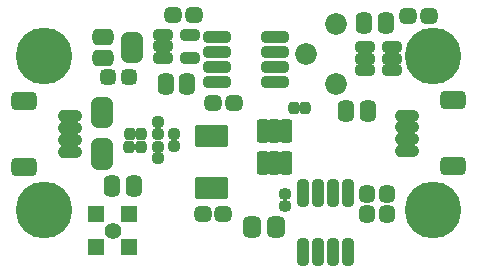
<source format=gbr>
%TF.GenerationSoftware,KiCad,Pcbnew,(6.0.4-0)*%
%TF.CreationDate,2023-01-30T17:36:24-07:00*%
%TF.ProjectId,howland,686f776c-616e-4642-9e6b-696361645f70,rev?*%
%TF.SameCoordinates,Original*%
%TF.FileFunction,Soldermask,Top*%
%TF.FilePolarity,Negative*%
%FSLAX46Y46*%
G04 Gerber Fmt 4.6, Leading zero omitted, Abs format (unit mm)*
G04 Created by KiCad (PCBNEW (6.0.4-0)) date 2023-01-30 17:36:24*
%MOMM*%
%LPD*%
G01*
G04 APERTURE LIST*
G04 Aperture macros list*
%AMRoundRect*
0 Rectangle with rounded corners*
0 $1 Rounding radius*
0 $2 $3 $4 $5 $6 $7 $8 $9 X,Y pos of 4 corners*
0 Add a 4 corners polygon primitive as box body*
4,1,4,$2,$3,$4,$5,$6,$7,$8,$9,$2,$3,0*
0 Add four circle primitives for the rounded corners*
1,1,$1+$1,$2,$3*
1,1,$1+$1,$4,$5*
1,1,$1+$1,$6,$7*
1,1,$1+$1,$8,$9*
0 Add four rect primitives between the rounded corners*
20,1,$1+$1,$2,$3,$4,$5,0*
20,1,$1+$1,$4,$5,$6,$7,0*
20,1,$1+$1,$6,$7,$8,$9,0*
20,1,$1+$1,$8,$9,$2,$3,0*%
%AMFreePoly0*
4,1,41,0.586777,0.930194,0.656366,0.874698,0.694986,0.794504,0.700000,0.750000,0.700000,-0.750000,0.680194,-0.836777,0.624698,-0.906366,0.544504,-0.944986,0.500000,-0.950000,0.000000,-0.950000,-0.023504,-0.944635,-0.083606,-0.943534,-0.139582,-0.934468,-0.274897,-0.892193,-0.326080,-0.867780,-0.444090,-0.789225,-0.486362,-0.751429,-0.577582,-0.642910,-0.607548,-0.594768,-0.664643,-0.465009,
-0.679893,-0.410393,-0.697476,-0.275933,-0.697084,-0.275882,-0.700000,-0.250000,-0.700000,0.250000,-0.697921,0.259109,-0.697582,0.286880,-0.675771,0.426957,-0.659192,0.481183,-0.598944,0.609508,-0.567811,0.656904,-0.473967,0.763162,-0.430783,0.799915,-0.310888,0.875563,-0.259125,0.898717,-0.122818,0.937674,-0.066635,0.945370,-0.042411,0.945222,0.000000,0.950000,0.500000,0.950000,
0.586777,0.930194,0.586777,0.930194,$1*%
%AMFreePoly1*
4,1,41,0.022678,0.944824,0.075125,0.944504,0.131210,0.936123,0.267031,0.895504,0.318507,0.871718,0.437469,0.794611,0.480202,0.757333,0.572740,0.649936,0.603290,0.602165,0.661967,0.473113,0.677883,0.418686,0.697980,0.278353,0.700000,0.250000,0.700000,-0.250000,0.699985,-0.252439,0.699836,-0.264655,0.697079,-0.295398,0.673559,-0.435199,0.656318,-0.489221,0.594506,-0.616800,
0.562797,-0.663810,0.467662,-0.768914,0.424032,-0.805137,0.303222,-0.879314,0.251181,-0.901834,0.114408,-0.939123,0.058135,-0.946132,0.037663,-0.945757,0.000000,-0.950000,-0.500000,-0.950000,-0.586777,-0.930194,-0.656366,-0.874698,-0.694986,-0.794504,-0.700000,-0.750000,-0.700000,0.750000,-0.680194,0.836777,-0.624698,0.906366,-0.544504,0.944986,-0.500000,0.950000,0.000000,0.950000,
0.022678,0.944824,0.022678,0.944824,$1*%
G04 Aperture macros list end*
%ADD10RoundRect,0.350000X0.150000X-0.825000X0.150000X0.825000X-0.150000X0.825000X-0.150000X-0.825000X0*%
%ADD11RoundRect,0.340000X0.170000X-0.140000X0.170000X0.140000X-0.170000X0.140000X-0.170000X-0.140000X0*%
%ADD12C,1.100000*%
%ADD13C,4.800000*%
%ADD14RoundRect,0.347500X0.147500X0.172500X-0.147500X0.172500X-0.147500X-0.172500X0.147500X-0.172500X0*%
%ADD15RoundRect,0.450000X0.325000X0.450000X-0.325000X0.450000X-0.325000X-0.450000X0.325000X-0.450000X0*%
%ADD16RoundRect,0.347500X-0.172500X0.147500X-0.172500X-0.147500X0.172500X-0.147500X0.172500X0.147500X0*%
%ADD17RoundRect,0.347500X-0.147500X-0.172500X0.147500X-0.172500X0.147500X0.172500X-0.147500X0.172500X0*%
%ADD18RoundRect,0.350000X-0.625000X0.150000X-0.625000X-0.150000X0.625000X-0.150000X0.625000X0.150000X0*%
%ADD19RoundRect,0.450000X-0.650000X0.350000X-0.650000X-0.350000X0.650000X-0.350000X0.650000X0.350000X0*%
%ADD20FreePoly0,270.000000*%
%ADD21FreePoly1,270.000000*%
%ADD22RoundRect,0.437500X0.237500X-0.287500X0.237500X0.287500X-0.237500X0.287500X-0.237500X-0.287500X0*%
%ADD23RoundRect,0.350000X0.625000X-0.150000X0.625000X0.150000X-0.625000X0.150000X-0.625000X-0.150000X0*%
%ADD24RoundRect,0.450000X0.650000X-0.350000X0.650000X0.350000X-0.650000X0.350000X-0.650000X-0.350000X0*%
%ADD25RoundRect,0.200000X0.225000X0.725000X-0.225000X0.725000X-0.225000X-0.725000X0.225000X-0.725000X0*%
%ADD26RoundRect,0.350000X-0.512500X-0.150000X0.512500X-0.150000X0.512500X0.150000X-0.512500X0.150000X0*%
%ADD27C,1.400000*%
%ADD28RoundRect,0.200000X-0.500000X0.500000X-0.500000X-0.500000X0.500000X-0.500000X0.500000X0.500000X0*%
%ADD29RoundRect,0.200000X0.325000X-0.780000X0.325000X0.780000X-0.325000X0.780000X-0.325000X-0.780000X0*%
%ADD30RoundRect,0.437500X0.250000X0.237500X-0.250000X0.237500X-0.250000X-0.237500X0.250000X-0.237500X0*%
%ADD31RoundRect,0.450000X-0.262500X-0.450000X0.262500X-0.450000X0.262500X0.450000X-0.262500X0.450000X0*%
%ADD32C,1.840000*%
%ADD33RoundRect,0.350000X0.825000X0.150000X-0.825000X0.150000X-0.825000X-0.150000X0.825000X-0.150000X0*%
%ADD34RoundRect,0.437500X-0.300000X-0.237500X0.300000X-0.237500X0.300000X0.237500X-0.300000X0.237500X0*%
%ADD35RoundRect,0.450000X0.262500X0.450000X-0.262500X0.450000X-0.262500X-0.450000X0.262500X-0.450000X0*%
%ADD36RoundRect,0.450000X-0.450000X0.262500X-0.450000X-0.262500X0.450000X-0.262500X0.450000X0.262500X0*%
%ADD37RoundRect,0.437500X0.300000X0.237500X-0.300000X0.237500X-0.300000X-0.237500X0.300000X-0.237500X0*%
%ADD38FreePoly0,90.000000*%
%ADD39FreePoly1,90.000000*%
%ADD40RoundRect,0.350000X0.512500X0.150000X-0.512500X0.150000X-0.512500X-0.150000X0.512500X-0.150000X0*%
G04 APERTURE END LIST*
D10*
%TO.C,U1*%
X124945000Y-100525000D03*
X126215000Y-100525000D03*
X127485000Y-100525000D03*
X128755000Y-100525000D03*
X128755000Y-95575000D03*
X127485000Y-95575000D03*
X126215000Y-95575000D03*
X124945000Y-95575000D03*
%TD*%
D11*
%TO.C,C1*%
X123450000Y-96630000D03*
X123450000Y-95670000D03*
%TD*%
D12*
%TO.C,MH1*%
X101350000Y-84000000D03*
X103000000Y-82350000D03*
X104166726Y-85166726D03*
X104166726Y-82833274D03*
D13*
X103000000Y-84000000D03*
D12*
X104650000Y-84000000D03*
X101833274Y-82833274D03*
X101833274Y-85166726D03*
X103000000Y-85650000D03*
%TD*%
D13*
%TO.C,MH2*%
X136000000Y-84000000D03*
D12*
X137166726Y-82833274D03*
X134350000Y-84000000D03*
X137650000Y-84000000D03*
X137166726Y-85166726D03*
X136000000Y-82350000D03*
X136000000Y-85650000D03*
X134833274Y-85166726D03*
X134833274Y-82833274D03*
%TD*%
%TO.C,MH3*%
X101833274Y-98166726D03*
D13*
X103000000Y-97000000D03*
D12*
X104166726Y-98166726D03*
X101833274Y-95833274D03*
X104166726Y-95833274D03*
X103000000Y-95350000D03*
X104650000Y-97000000D03*
X101350000Y-97000000D03*
X103000000Y-98650000D03*
%TD*%
D13*
%TO.C,MH4*%
X136000000Y-97000000D03*
D12*
X134833274Y-95833274D03*
X134350000Y-97000000D03*
X137650000Y-97000000D03*
X136000000Y-95350000D03*
X137166726Y-98166726D03*
X137166726Y-95833274D03*
X134833274Y-98166726D03*
X136000000Y-98650000D03*
%TD*%
D14*
%TO.C,R3*%
X111250000Y-90550000D03*
X110280000Y-90550000D03*
%TD*%
%TO.C,R4*%
X111235000Y-91650000D03*
X110265000Y-91650000D03*
%TD*%
D15*
%TO.C,L1*%
X122660000Y-98450000D03*
X120610000Y-98450000D03*
%TD*%
D16*
%TO.C,C2*%
X112650000Y-89565000D03*
X112650000Y-90535000D03*
%TD*%
%TO.C,C3*%
X112650000Y-91650000D03*
X112650000Y-92620000D03*
%TD*%
%TO.C,C4*%
X114050000Y-90590000D03*
X114050000Y-91560000D03*
%TD*%
D17*
%TO.C,C5*%
X124165000Y-88350000D03*
X125135000Y-88350000D03*
%TD*%
D18*
%TO.C,J1*%
X105250000Y-89050000D03*
X105250000Y-90050000D03*
X105250000Y-91050000D03*
X105250000Y-92050000D03*
D19*
X101375000Y-93350000D03*
X101375000Y-87750000D03*
%TD*%
D20*
%TO.C,JP1*%
X107950000Y-88100000D03*
D21*
X107950000Y-89400000D03*
%TD*%
D20*
%TO.C,JP2*%
X107950000Y-91600000D03*
D21*
X107950000Y-92900000D03*
%TD*%
D22*
%TO.C,R1*%
X132050000Y-97375000D03*
X132050000Y-95625000D03*
%TD*%
%TO.C,R2*%
X130400000Y-97375000D03*
X130400000Y-95625000D03*
%TD*%
D23*
%TO.C,J2*%
X133750000Y-92000000D03*
X133750000Y-91000000D03*
X133750000Y-90000000D03*
X133750000Y-89000000D03*
D24*
X137625000Y-87700000D03*
X137625000Y-93300000D03*
%TD*%
D25*
%TO.C,U3*%
X118225000Y-90750000D03*
X117575000Y-90750000D03*
X116925000Y-90750000D03*
X116275000Y-90750000D03*
X116275000Y-95150000D03*
X116925000Y-95150000D03*
X117575000Y-95150000D03*
X118225000Y-95150000D03*
%TD*%
D26*
%TO.C,U6*%
X113112500Y-82200000D03*
X113112500Y-83150000D03*
X113112500Y-84100000D03*
X115387500Y-84100000D03*
X115387500Y-82200000D03*
%TD*%
D27*
%TO.C,J3*%
X108850000Y-98750000D03*
D28*
X110250000Y-97350000D03*
X107450000Y-100150000D03*
X107450000Y-97350000D03*
X110250000Y-100150000D03*
%TD*%
D29*
%TO.C,U2*%
X121600000Y-93000000D03*
X122550000Y-93000000D03*
X123500000Y-93000000D03*
X123500000Y-90300000D03*
X122550000Y-90300000D03*
X121600000Y-90300000D03*
%TD*%
D30*
%TO.C,R10*%
X110262500Y-85750000D03*
X108437500Y-85750000D03*
%TD*%
D31*
%TO.C,R6*%
X130137500Y-81150000D03*
X131962500Y-81150000D03*
%TD*%
D32*
%TO.C,RV1*%
X127750000Y-86350000D03*
X125210000Y-83810000D03*
X127750000Y-81270000D03*
%TD*%
D33*
%TO.C,U5*%
X122625000Y-86155000D03*
X122625000Y-84885000D03*
X122625000Y-83615000D03*
X122625000Y-82345000D03*
X117675000Y-82345000D03*
X117675000Y-83615000D03*
X117675000Y-84885000D03*
X117675000Y-86155000D03*
%TD*%
D34*
%TO.C,C8*%
X117387500Y-87950000D03*
X119112500Y-87950000D03*
%TD*%
D35*
%TO.C,R9*%
X110662500Y-94950000D03*
X108837500Y-94950000D03*
%TD*%
D36*
%TO.C,R8*%
X108050000Y-82337500D03*
X108050000Y-84162500D03*
%TD*%
D35*
%TO.C,R5*%
X130462500Y-88650000D03*
X128637500Y-88650000D03*
%TD*%
%TO.C,R7*%
X115162500Y-86350000D03*
X113337500Y-86350000D03*
%TD*%
D37*
%TO.C,C6*%
X118212500Y-97350000D03*
X116487500Y-97350000D03*
%TD*%
D38*
%TO.C,JP3*%
X110450000Y-83900000D03*
D39*
X110450000Y-82600000D03*
%TD*%
D34*
%TO.C,C9*%
X113987500Y-80450000D03*
X115712500Y-80450000D03*
%TD*%
D40*
%TO.C,U4*%
X132487500Y-85137500D03*
X132487500Y-84187500D03*
X132487500Y-83237500D03*
X130212500Y-83237500D03*
X130212500Y-84187500D03*
X130212500Y-85137500D03*
%TD*%
D37*
%TO.C,C7*%
X135612500Y-80550000D03*
X133887500Y-80550000D03*
%TD*%
M02*

</source>
